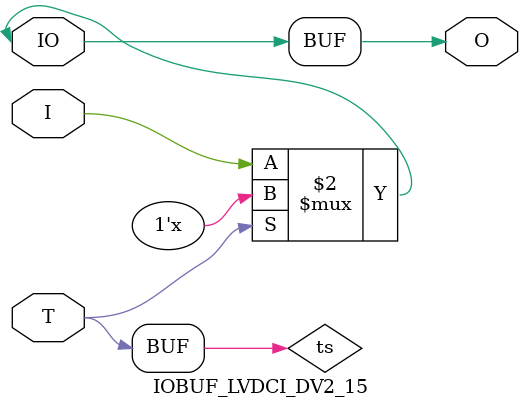
<source format=v>

/*

FUNCTION    : INPUT TRI-STATE OUTPUT BUFFER

*/

`celldefine
`timescale  100 ps / 10 ps

module IOBUF_LVDCI_DV2_15 (O, IO, I, T);

    output O;

    inout  IO;

    input  I, T;

    or O1 (ts, 1'b0, T);
    bufif0 T1 (IO, I, ts);

    buf B1 (O, IO);

endmodule

</source>
